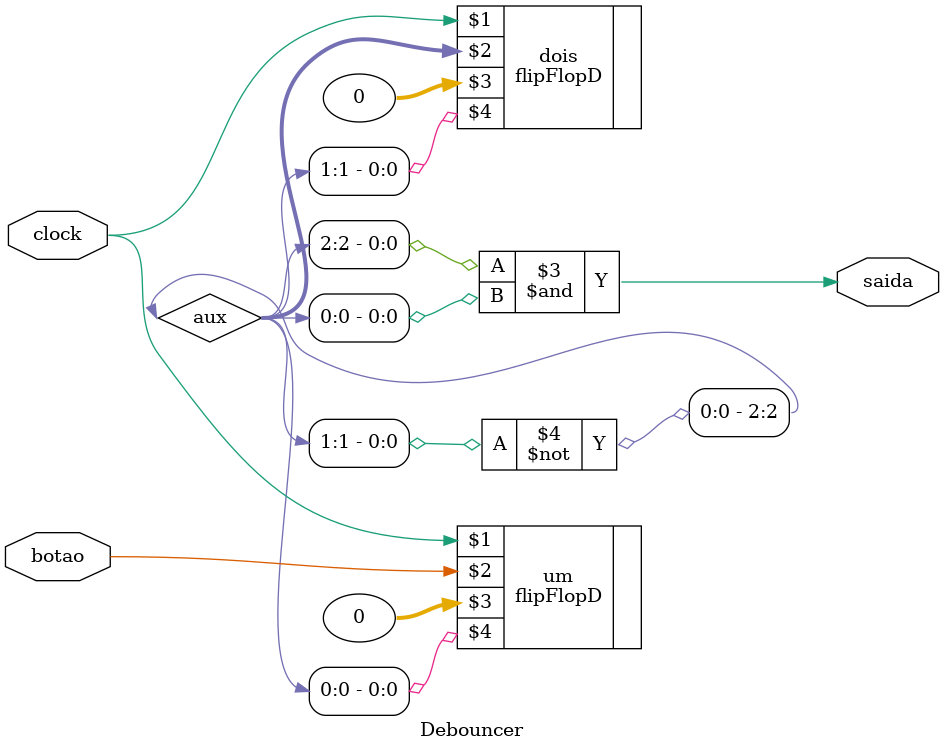
<source format=v>
module Debouncer(clock,botao,saida);
    input clock, botao;
    output saida;
    wire [2:0]aux;


    flipFlopD um(clock,botao,0,aux[0]);
    flipFlopD dois(clock,aux,0,aux[1]);
    not(aux[2],aux[1]);
    and(saida, aux[2],aux[0]);
endmodule

</source>
